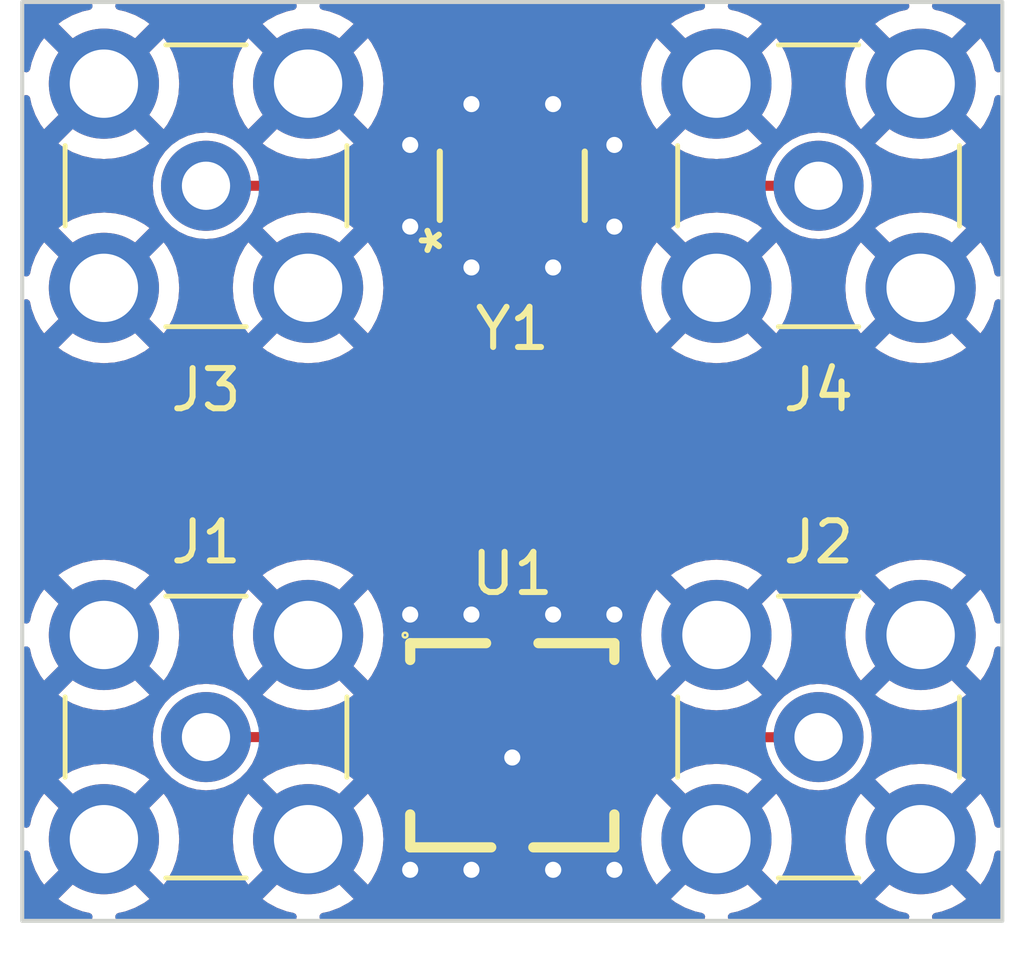
<source format=kicad_pcb>
(kicad_pcb (version 20221018) (generator pcbnew)
  (layers (0 "F.Cu" signal) (31 "B.Cu" signal) (34 "B.Paste" user) (35 "F.Paste" user) (36 "B.SilkS" user "B.Silkscreen") (37 "F.SilkS" user "F.Silkscreen") (38 "B.Mask" user) (39 "F.Mask" user) (44 "Edge.Cuts" user))
  (net 0 "")
  (net 1 "Net-(J1-In)")
  (net 2 "GND")
  (net 3 "Net-(J2-In)")
  (net 4 "Net-(J3-In)")
  (net 5 "Net-(J4-In)")
  (footprint "CSTNE24M0VH3C000R0_MUR:CSTNE24M0VH3C000R0_MUR" (layer "F.Cu") (at 145.796 54.864 90)
    (fp_text reference "Y1" (at -3.556 0 unlocked) (layer "F.SilkS"))
    (fp_text value "Resonator")
    (fp_text user "*" (at -1.3589 -1.708 90) (layer "F.SilkS"))
    (fp_line (start -0.8509 -1.8034) (end 0.8509 -1.8034) (stroke (width 0.1524)) (layer "F.SilkS"))
    (fp_line (start -0.8509 1.8034) (end 0.8509 1.8034) (stroke (width 0.1524)) (layer "F.SilkS"))
    (pad "1" smd rect (at 0 -1.2 90) (size 2.3622 0.4064) (layers "F.Cu" "F.Paste" "F.Mask") (net 4 "Net-(J3-In)"))
    (pad "2" smd rect (at 0 0 90) (size 2.3622 0.4064) (layers "F.Cu" "F.Paste" "F.Mask") (net 2 "GND"))
    (pad "3" smd rect (at 0 1.2 90) (size 2.3622 0.4064) (layers "F.Cu" "F.Paste" "F.Mask") (net 5 "Net-(J4-In)"))
  )
  (footprint "Connector_Coaxial:SMB_Jack_Vertical" (layer "F.Cu") (at 138.176 54.864)
    (fp_text reference "J3" (at 0 5.08) (layer "F.SilkS"))
    (fp_text value "Conn_Coaxial")
    (fp_line (start -3.5052 1) (end -3.5052 -1) (stroke (width 0.12)) (layer "F.SilkS"))
    (fp_line (start -1 -3.5052) (end 1 -3.5052) (stroke (width 0.12)) (layer "F.SilkS"))
    (fp_line (start 1 3.5052) (end -1 3.5052) (stroke (width 0.12)) (layer "F.SilkS"))
    (fp_line (start 3.5052 -1) (end 3.5052 1) (stroke (width 0.12)) (layer "F.SilkS"))
    (pad "1" thru_hole circle (at 0 0) (size 2.24 2.24) (drill 1.2) (layers "*.Cu" "*.Mask") (net 4 "Net-(J3-In)"))
    (pad "2" thru_hole circle (at -2.54 -2.54) (size 2.74 2.74) (drill 1.7) (layers "*.Cu" "*.Mask") (net 2 "GND"))
    (pad "2" thru_hole circle (at -2.54 2.54) (size 2.74 2.74) (drill 1.7) (layers "*.Cu" "*.Mask") (net 2 "GND"))
    (pad "2" thru_hole circle (at 2.54 -2.54) (size 2.74 2.74) (drill 1.7) (layers "*.Cu" "*.Mask") (net 2 "GND"))
    (pad "2" thru_hole circle (at 2.54 2.54) (size 2.74 2.74) (drill 1.7) (layers "*.Cu" "*.Mask") (net 2 "GND"))
  )
  (footprint "Connector_Coaxial:SMB_Jack_Vertical" (layer "F.Cu") (at 153.416 68.58)
    (fp_text reference "J2" (at 0 -4.85) (layer "F.SilkS"))
    (fp_text value "Conn_Coaxial")
    (fp_line (start -3.5052 1) (end -3.5052 -1) (stroke (width 0.12)) (layer "F.SilkS"))
    (fp_line (start -1 -3.5052) (end 1 -3.5052) (stroke (width 0.12)) (layer "F.SilkS"))
    (fp_line (start 1 3.5052) (end -1 3.5052) (stroke (width 0.12)) (layer "F.SilkS"))
    (fp_line (start 3.5052 -1) (end 3.5052 1) (stroke (width 0.12)) (layer "F.SilkS"))
    (pad "1" thru_hole circle (at 0 0) (size 2.24 2.24) (drill 1.2) (layers "*.Cu" "*.Mask") (net 3 "Net-(J2-In)"))
    (pad "2" thru_hole circle (at -2.54 -2.54) (size 2.74 2.74) (drill 1.7) (layers "*.Cu" "*.Mask") (net 2 "GND"))
    (pad "2" thru_hole circle (at -2.54 2.54) (size 2.74 2.74) (drill 1.7) (layers "*.Cu" "*.Mask") (net 2 "GND"))
    (pad "2" thru_hole circle (at 2.54 -2.54) (size 2.74 2.74) (drill 1.7) (layers "*.Cu" "*.Mask") (net 2 "GND"))
    (pad "2" thru_hole circle (at 2.54 2.54) (size 2.74 2.74) (drill 1.7) (layers "*.Cu" "*.Mask") (net 2 "GND"))
  )
  (footprint "Connector_Coaxial:SMB_Jack_Vertical" (layer "F.Cu") (at 153.416 54.864)
    (fp_text reference "J4" (at 0 5.08) (layer "F.SilkS"))
    (fp_text value "Conn_Coaxial")
    (fp_line (start -3.5052 1) (end -3.5052 -1) (stroke (width 0.12)) (layer "F.SilkS"))
    (fp_line (start -1 -3.5052) (end 1 -3.5052) (stroke (width 0.12)) (layer "F.SilkS"))
    (fp_line (start 1 3.5052) (end -1 3.5052) (stroke (width 0.12)) (layer "F.SilkS"))
    (fp_line (start 3.5052 -1) (end 3.5052 1) (stroke (width 0.12)) (layer "F.SilkS"))
    (pad "1" thru_hole circle (at 0 0) (size 2.24 2.24) (drill 1.2) (layers "*.Cu" "*.Mask") (net 5 "Net-(J4-In)"))
    (pad "2" thru_hole circle (at -2.54 -2.54) (size 2.74 2.74) (drill 1.7) (layers "*.Cu" "*.Mask") (net 2 "GND"))
    (pad "2" thru_hole circle (at -2.54 2.54) (size 2.74 2.74) (drill 1.7) (layers "*.Cu" "*.Mask") (net 2 "GND"))
    (pad "2" thru_hole circle (at 2.54 -2.54) (size 2.74 2.74) (drill 1.7) (layers "*.Cu" "*.Mask") (net 2 "GND"))
    (pad "2" thru_hole circle (at 2.54 2.54) (size 2.74 2.74) (drill 1.7) (layers "*.Cu" "*.Mask") (net 2 "GND"))
  )
  (footprint "Connector_Coaxial:SMB_Jack_Vertical" (layer "F.Cu") (at 138.176 68.58)
    (fp_text reference "J1" (at 0 -4.85) (layer "F.SilkS"))
    (fp_text value "Conn_Coaxial")
    (fp_line (start -3.5052 1) (end -3.5052 -1) (stroke (width 0.12)) (layer "F.SilkS"))
    (fp_line (start -1 -3.5052) (end 1 -3.5052) (stroke (width 0.12)) (layer "F.SilkS"))
    (fp_line (start 1 3.5052) (end -1 3.5052) (stroke (width 0.12)) (layer "F.SilkS"))
    (fp_line (start 3.5052 -1) (end 3.5052 1) (stroke (width 0.12)) (layer "F.SilkS"))
    (pad "1" thru_hole circle (at 0 0) (size 2.24 2.24) (drill 1.2) (layers "*.Cu" "*.Mask") (net 1 "Net-(J1-In)"))
    (pad "2" thru_hole circle (at -2.54 -2.54) (size 2.74 2.74) (drill 1.7) (layers "*.Cu" "*.Mask") (net 2 "GND"))
    (pad "2" thru_hole circle (at -2.54 2.54) (size 2.74 2.74) (drill 1.7) (layers "*.Cu" "*.Mask") (net 2 "GND"))
    (pad "2" thru_hole circle (at 2.54 -2.54) (size 2.74 2.74) (drill 1.7) (layers "*.Cu" "*.Mask") (net 2 "GND"))
    (pad "2" thru_hole circle (at 2.54 2.54) (size 2.74 2.74) (drill 1.7) (layers "*.Cu" "*.Mask") (net 2 "GND"))
  )
  (footprint "prototype_schematics:FILTER-SMD_8P-L5.0-W5.0-BL" (layer "F.Cu") (at 145.796 68.7832 -90)
    (fp_text reference "U1" (at -4.2672 0) (layer "F.SilkS"))
    (fp_text value "TA0411A")
    (fp_line (start -2.54003 -2.540005) (end -2.121158 -2.540005) (stroke (width 0.254)) (layer "F.SilkS"))
    (fp_line (start -2.54003 -0.65113) (end -2.54003 -2.540005) (stroke (width 0.254)) (layer "F.SilkS"))
    (fp_line (start -2.54003 2.540005) (end -2.54003 0.65113) (stroke (width 0.254)) (layer "F.SilkS"))
    (fp_line (start -2.121158 2.540005) (end -2.54003 2.540005) (stroke (width 0.254)) (layer "F.SilkS"))
    (fp_line (start 1.721107 -2.540005) (end 2.53998 -2.540005) (stroke (width 0.254)) (layer "F.SilkS"))
    (fp_line (start 2.53998 -2.540005) (end 2.53998 -0.523673) (stroke (width 0.254)) (layer "F.SilkS"))
    (fp_line (start 2.53998 0.523673) (end 2.53998 2.540005) (stroke (width 0.254)) (layer "F.SilkS"))
    (fp_line (start 2.53998 2.540005) (end 1.721107 2.540005) (stroke (width 0.254)) (layer "F.SilkS"))
    (fp_circle (center -2.74003 2.667005) (end -2.710033 2.667005) (stroke (width 0.059995)) (fill none) (layer "F.SilkS"))
    (pad "1" smd rect (at -1.470028 1.864999 270) (size 0.840005 1.470003) (layers "F.Cu" "F.Paste" "F.Mask") (net 2 "GND"))
    (pad "2" smd rect (at -0.200025 1.864999 270) (size 0.840005 1.470003) (layers "F.Cu" "F.Paste" "F.Mask") (net 1 "Net-(J1-In)"))
    (pad "3" smd rect (at 1.069977 1.864999 270) (size 0.840005 1.470003) (layers "F.Cu" "F.Paste" "F.Mask") (net 2 "GND"))
    (pad "4" smd rect (at 1.599975 0 270) (size 1.470003 0.840005) (layers "F.Cu" "F.Paste" "F.Mask") (net 2 "GND"))
    (pad "5" smd rect (at 1.069977 -1.864999 270) (size 0.840005 1.470003) (layers "F.Cu" "F.Paste" "F.Mask") (net 2 "GND"))
    (pad "6" smd rect (at -0.200025 -1.864999 270) (size 0.840005 1.470003) (layers "F.Cu" "F.Paste" "F.Mask") (net 3 "Net-(J2-In)"))
    (pad "7" smd rect (at -1.470028 -1.864999 270) (size 0.840005 1.470003) (layers "F.Cu" "F.Paste" "F.Mask") (net 2 "GND"))
    (pad "8" smd rect (at -1.600025 0 270) (size 2.28001 0.840005) (layers "F.Cu" "F.Paste" "F.Mask") (net 2 "GND"))
  )
  (gr_poly (pts (xy 133.604 50.292) (xy 157.988 50.292) (xy 157.988 73.152) (xy 133.604 73.152)) (stroke (width 0.1)) (fill none) (layer "Edge.Cuts"))
  (segment (start 138.176 68.58) (end 143.927826 68.58) (width 0.25) (layer "F.Cu") (net 1))
  (segment (start 143.927826 68.58) (end 143.931001 68.583175) (width 0.25) (layer "F.Cu") (net 1))
  (segment (start 143.931001 69.853177) (end 147.660999 69.853177) (width 0.5) (layer "F.Cu") (net 2))
  (segment (start 143.931001 67.313172) (end 147.660999 67.313172) (width 0.5) (layer "F.Cu") (net 2))
  (segment (start 145.796 67.183175) (end 145.796 70.383175) (width 0.5) (layer "F.Cu") (net 2))
  (via (at 144.78 71.882) (size 0.8) (drill 0.4) (layers "F.Cu" "B.Cu") (net 2))
  (via (at 143.256 55.88) (size 0.8) (drill 0.4) (layers "F.Cu" "B.Cu") (net 2))
  (via (at 148.336 65.532) (size 0.8) (drill 0.4) (layers "F.Cu" "B.Cu") (net 2))
  (via (at 143.256 53.848) (size 0.8) (drill 0.4) (layers "F.Cu" "B.Cu") (net 2))
  (via (at 146.812 71.882) (size 0.8) (drill 0.4) (layers "F.Cu" "B.Cu") (net 2))
  (via (at 146.812 65.532) (size 0.8) (drill 0.4) (layers "F.Cu" "B.Cu") (net 2))
  (via (at 143.256 65.532) (size 0.8) (drill 0.4) (layers "F.Cu" "B.Cu") (net 2))
  (via (at 146.812 56.896) (size 0.8) (drill 0.4) (layers "F.Cu" "B.Cu") (net 2))
  (via (at 148.336 55.88) (size 0.8) (drill 0.4) (layers "F.Cu" "B.Cu") (net 2))
  (via (at 143.256 71.882) (size 0.8) (drill 0.4) (layers "F.Cu" "B.Cu") (net 2))
  (via (at 148.336 53.848) (size 0.8) (drill 0.4) (layers "F.Cu" "B.Cu") (net 2))
  (via (at 144.78 56.896) (size 0.8) (drill 0.4) (layers "F.Cu" "B.Cu") (net 2))
  (via (at 145.796 69.088) (size 0.8) (drill 0.4) (layers "F.Cu" "B.Cu") (net 2))
  (via (at 144.78 65.532) (size 0.8) (drill 0.4) (layers "F.Cu" "B.Cu") (net 2))
  (via (at 146.812 52.832) (size 0.8) (drill 0.4) (layers "F.Cu" "B.Cu") (net 2))
  (via (at 148.336 71.882) (size 0.8) (drill 0.4) (layers "F.Cu" "B.Cu") (net 2))
  (via (at 144.78 52.832) (size 0.8) (drill 0.4) (layers "F.Cu" "B.Cu") (net 2))
  (segment (start 147.660999 68.583175) (end 153.412825 68.583175) (width 0.25) (layer "F.Cu") (net 3))
  (segment (start 153.412825 68.583175) (end 153.416 68.58) (width 0.25) (layer "F.Cu") (net 3))
  (segment (start 138.176 54.864) (end 144.596 54.864) (width 0.25) (layer "F.Cu") (net 4))
  (segment (start 146.996 54.864) (end 153.416 54.864) (width 0.25) (layer "F.Cu") (net 5))
  (zone (net 2) (net_name "GND") (layer "F.Cu") (connect_pads (clearance 0.2)) (min_thickness 0.2) (fill yes (thermal_gap 0.5) (thermal_bridge_width 0.5))
    (polygon (pts (xy 133.604 50.292) (xy 157.988 50.292) (xy 157.988 73.152) (xy 133.604 73.152)))
  )
  (zone (net 0) (net_name "") (layer "F.Cu") (connect_pads (clearance 0)) (min_thickness 0.25)
    (keepout (tracks allowed) (vias allowed) (pads allowed) (copperpour not_allowed) (footprints allowed))
    (fill (thermal_gap 0.5) (thermal_bridge_width 0.5))
    (polygon (pts (xy 144.78 66.548) (xy 146.812 66.548) (xy 146.812 70.612) (xy 144.78 70.612)))
  )
  (zone (net 2) (net_name "GND") (layer "B.Cu") (priority 1) (connect_pads (clearance 0)) (min_thickness 0.2) (fill yes (thermal_gap 0.5) (thermal_bridge_width 0.5))
    (polygon (pts (xy 133.604 50.292) (xy 157.988 50.292) (xy 157.988 73.152) (xy 133.604 73.152)))
  )
)
</source>
